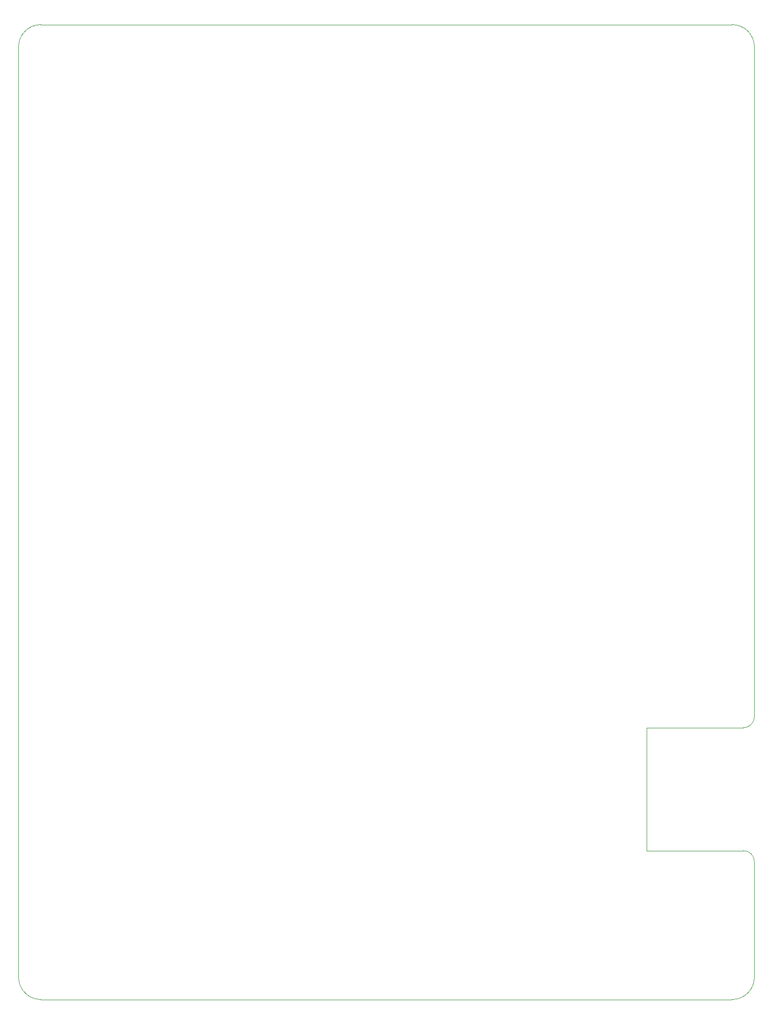
<source format=gbr>
%TF.GenerationSoftware,KiCad,Pcbnew,(5.1.10)-1*%
%TF.CreationDate,2022-03-20T16:18:04-05:00*%
%TF.ProjectId,ScienceMotorController,53636965-6e63-4654-9d6f-746f72436f6e,rev?*%
%TF.SameCoordinates,Original*%
%TF.FileFunction,Profile,NP*%
%FSLAX46Y46*%
G04 Gerber Fmt 4.6, Leading zero omitted, Abs format (unit mm)*
G04 Created by KiCad (PCBNEW (5.1.10)-1) date 2022-03-20 16:18:04*
%MOMM*%
%LPD*%
G01*
G04 APERTURE LIST*
%TA.AperFunction,Profile*%
%ADD10C,0.050000*%
%TD*%
G04 APERTURE END LIST*
D10*
X141605000Y-101600000D02*
X158115000Y-101600000D01*
X141605000Y-80645000D02*
X141605000Y-101600000D01*
X158115000Y-80645000D02*
X141605000Y-80645000D01*
X160020000Y-78105000D02*
X160020000Y-78740000D01*
X160020000Y-78740000D02*
G75*
G02*
X158115000Y-80645000I-1905000J0D01*
G01*
X158115000Y-101600000D02*
G75*
G02*
X160020000Y-103505000I0J-1905000D01*
G01*
X156210000Y39370000D02*
G75*
G02*
X160020000Y35560000I0J-3810000D01*
G01*
X160020000Y-78105000D02*
X160020000Y35560000D01*
X160020000Y-123190000D02*
X160020000Y-103505000D01*
X156210000Y-127000000D02*
X38100000Y-127000000D01*
X38100000Y39370000D02*
X156210000Y39370000D01*
X34290000Y35560000D02*
X34290000Y31115000D01*
X34290000Y35560000D02*
G75*
G02*
X38100000Y39370000I3810000J0D01*
G01*
X160020000Y-123190000D02*
G75*
G02*
X156210000Y-127000000I-3810000J0D01*
G01*
X38100000Y-127000000D02*
G75*
G02*
X34290000Y-123190000I0J3810000D01*
G01*
X34290000Y-118110000D02*
X34290000Y-123190000D01*
X34290000Y31115000D02*
X34290000Y-118110000D01*
M02*

</source>
